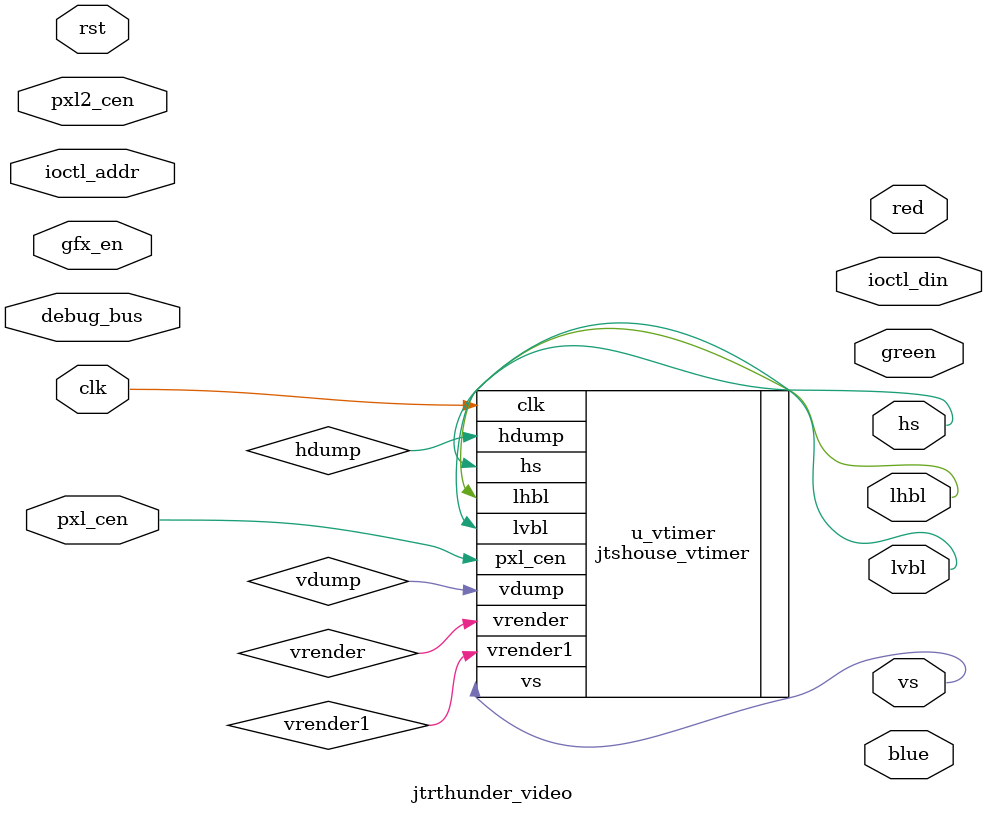
<source format=v>
/*  This file is part of JTCORES.
    JTCORES program is free software: you can redistribute it and/or modify
    it under the terms of the GNU General Public License as published by
    the Free Software Foundation, either version 3 of the License, or
    (at your option) any later version.

    JTCORES program is distributed in the hope that it will be useful,
    but WITHOUT ANY WARRANTY; without even the implied warranty of
    MERCHANTABILITY or FITNESS FOR A PARTICULAR PURPOSE.  See the
    GNU General Public License for more details.

    You should have received a copy of the GNU General Public License
    along with JTCORES.  If not, see <http://www.gnu.org/licenses/>.

    Author: Jose Tejada Gomez. Twitter: @topapate
    Version: 1.0
    Date: 15-3-2025 */

module jtrthunder_video(
    input             rst,
    input             clk,
    input             pxl_cen, pxl2_cen,

    output            lvbl, lhbl, hs, vs,
    output     [ 7:0] red, green, blue,
    // Dump MMR
    input      [ 5:0] ioctl_addr,
    output reg [ 7:0] ioctl_din,
    // Debug
    input      [ 3:0] gfx_en,
    input      [ 7:0] debug_bus
    // output reg [ 7:0] st_dout
);

jtshouse_vtimer u_vtimer(
    .clk        ( clk       ),
    .pxl_cen    ( pxl_cen   ),
    .vdump      ( vdump     ),
    .vrender    ( vrender   ),
    .vrender1   ( vrender1  ),
    .hdump      ( hdump     ),
    .lhbl       ( lhbl      ),
    .lvbl       ( lvbl      ),
    .hs         ( hs        ),
    .vs         ( vs        )
);

endmodule    
</source>
